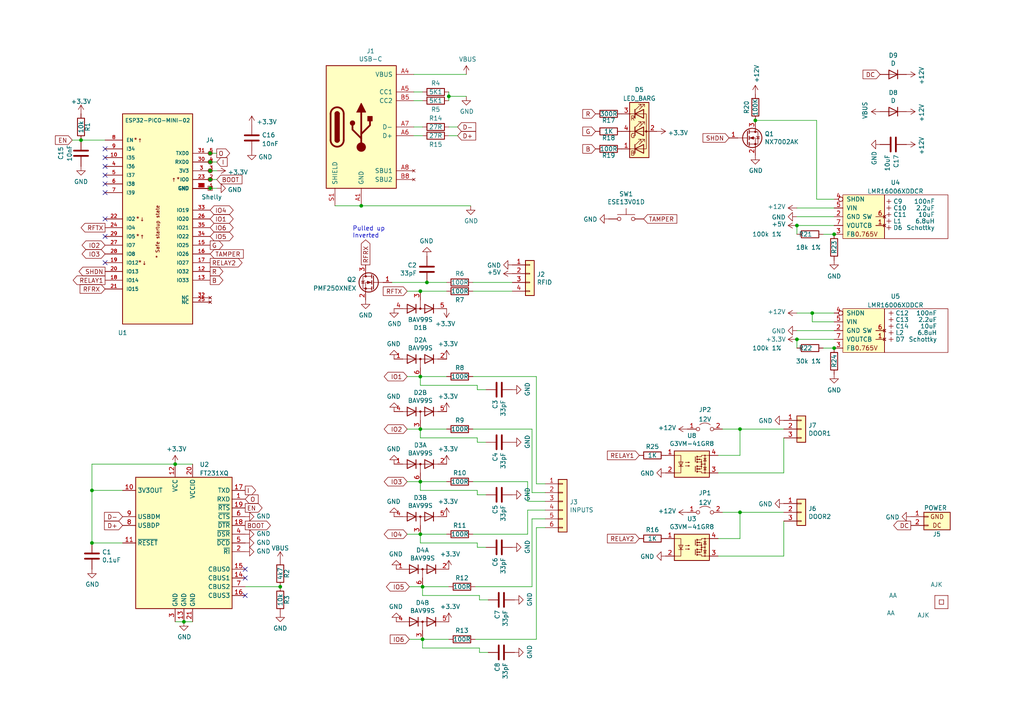
<source format=kicad_sch>
(kicad_sch (version 20211123) (generator eeschema)
  (paper "A4")
  (title_block (title "Access control") (date "${DATE}") (rev "3") (company "Adrian Kennard Andrews & Arnold Ltd") (comment 1 "toot.me.uk/@RevK") (comment 2 "www.me.uk"))
  (junction (at 60.96 49.53))
  (junction (at 123.825 81.915))
  (junction (at 121.92 124.46))
  (junction (at 122.555 170.18))
  (junction (at 104.775 59.69))
  (junction (at 60.96 46.99))
  (junction (at 81.28 170.18))
  (junction (at 241.935 100.965))
  (junction (at 214.63 148.59))
  (junction (at 26.67 157.48))
  (junction (at 121.92 139.7))
  (junction (at 53.34 180.34))
  (junction (at 122.555 185.42))
  (junction (at 130.175 27.94))
  (junction (at 214.63 124.46))
  (junction (at 26.67 142.24))
  (junction (at 121.92 109.22))
  (junction (at 231.14 98.425))
  (junction (at 60.96 52.07))
  (junction (at 60.96 54.61))
  (junction (at 50.8 134.62))
  (junction (at 235.585 90.805))
  (junction (at 60.96 44.45))
  (junction (at 121.92 84.455))
  (junction (at 23.495 40.64))
  (junction (at 231.14 65.405))
  (junction (at 219.075 34.925))
  (junction (at 241.935 67.945))
  (junction (at 121.92 154.94))
  (no_connect (at 71.12 167.64))
  (no_connect (at 71.12 165.1))
  (no_connect (at 71.12 172.72))
  (no_connect (at 30.48 50.8))
  (no_connect (at 30.48 43.18))
  (no_connect (at 30.48 45.72))
  (no_connect (at 30.48 48.26))
  (no_connect (at 30.48 53.34))
  (no_connect (at 30.48 55.88))
  (no_connect (at 30.48 63.5))
  (no_connect (at 30.48 68.58))
  (no_connect (at 30.48 76.2))
  (wire (pts (xy 122.555 187.96) (xy 139.065 187.96)))
  (wire (pts (xy 231.14 98.425) (xy 241.935 98.425)))
  (wire (pts (xy 138.43 111.76) (xy 138.43 113.03)))
  (wire (pts (xy 137.16 154.94) (xy 153.035 154.94)))
  (wire (pts (xy 71.12 170.18) (xy 81.28 170.18)))
  (wire (pts (xy 104.775 59.69) (xy 136.525 59.69)))
  (wire (pts (xy 130.175 36.83) (xy 132.715 36.83)))
  (wire (pts (xy 122.555 170.18) (xy 130.175 170.18)))
  (wire (pts (xy 121.92 84.455) (xy 129.54 84.455)))
  (wire (pts (xy 154.305 170.18) (xy 154.305 150.495)))
  (wire (pts (xy 121.92 142.24) (xy 138.43 142.24)))
  (wire (pts (xy 227.33 151.13) (xy 227.33 161.29)))
  (wire (pts (xy 231.14 98.425) (xy 231.14 100.965)))
  (wire (pts (xy 121.92 109.22) (xy 129.54 109.22)))
  (wire (pts (xy 53.34 180.34) (xy 55.88 180.34)))
  (wire (pts (xy 20.955 40.64) (xy 23.495 40.64)))
  (wire (pts (xy 26.67 142.24) (xy 26.67 134.62)))
  (wire (pts (xy 55.88 134.62) (xy 50.8 134.62)))
  (wire (pts (xy 137.16 139.7) (xy 153.035 139.7)))
  (wire (pts (xy 138.43 158.75) (xy 140.97 158.75)))
  (wire (pts (xy 231.14 65.405) (xy 241.935 65.405)))
  (wire (pts (xy 155.575 140.335) (xy 158.115 140.335)))
  (wire (pts (xy 231.14 60.325) (xy 241.935 60.325)))
  (wire (pts (xy 208.28 156.21) (xy 214.63 156.21)))
  (wire (pts (xy 121.92 139.7) (xy 129.54 139.7)))
  (wire (pts (xy 235.585 90.805) (xy 241.935 90.805)))
  (wire (pts (xy 120.015 36.83) (xy 122.555 36.83)))
  (wire (pts (xy 121.92 124.46) (xy 121.92 127)))
  (wire (pts (xy 231.14 90.805) (xy 235.585 90.805)))
  (wire (pts (xy 231.14 95.885) (xy 241.935 95.885)))
  (wire (pts (xy 120.015 26.67) (xy 122.555 26.67)))
  (wire (pts (xy 155.575 153.035) (xy 158.115 153.035)))
  (wire (pts (xy 121.92 139.7) (xy 121.92 142.24)))
  (wire (pts (xy 130.175 39.37) (xy 132.715 39.37)))
  (wire (pts (xy 208.28 132.08) (xy 214.63 132.08)))
  (wire (pts (xy 154.305 124.46) (xy 154.305 142.875)))
  (wire (pts (xy 236.855 34.925) (xy 236.855 57.785)))
  (wire (pts (xy 137.16 124.46) (xy 154.305 124.46)))
  (wire (pts (xy 214.63 124.46) (xy 209.55 124.46)))
  (wire (pts (xy 137.16 109.22) (xy 155.575 109.22)))
  (wire (pts (xy 153.035 154.94) (xy 153.035 147.955)))
  (wire (pts (xy 138.43 128.27) (xy 140.97 128.27)))
  (wire (pts (xy 121.92 127) (xy 138.43 127)))
  (wire (pts (xy 235.585 90.805) (xy 235.585 93.345)))
  (wire (pts (xy 60.96 52.07) (xy 62.865 52.07)))
  (wire (pts (xy 130.175 27.94) (xy 130.175 29.21)))
  (wire (pts (xy 231.14 65.405) (xy 231.14 67.945)))
  (wire (pts (xy 118.11 84.455) (xy 121.92 84.455)))
  (wire (pts (xy 208.28 161.29) (xy 227.33 161.29)))
  (wire (pts (xy 154.305 150.495) (xy 158.115 150.495)))
  (wire (pts (xy 231.14 62.865) (xy 241.935 62.865)))
  (wire (pts (xy 118.745 185.42) (xy 122.555 185.42)))
  (wire (pts (xy 153.035 147.955) (xy 158.115 147.955)))
  (wire (pts (xy 208.28 137.16) (xy 227.33 137.16)))
  (wire (pts (xy 137.16 81.915) (xy 148.59 81.915)))
  (wire (pts (xy 138.43 142.24) (xy 138.43 143.51)))
  (wire (pts (xy 120.015 21.59) (xy 135.255 21.59)))
  (wire (pts (xy 118.11 124.46) (xy 121.92 124.46)))
  (wire (pts (xy 139.065 187.96) (xy 139.065 189.23)))
  (wire (pts (xy 122.555 172.72) (xy 139.065 172.72)))
  (wire (pts (xy 60.96 54.61) (xy 62.865 54.61)))
  (wire (pts (xy 60.96 49.53) (xy 62.865 49.53)))
  (wire (pts (xy 153.035 145.415) (xy 158.115 145.415)))
  (wire (pts (xy 138.43 113.03) (xy 140.97 113.03)))
  (wire (pts (xy 139.065 172.72) (xy 139.065 173.99)))
  (wire (pts (xy 26.67 134.62) (xy 50.8 134.62)))
  (wire (pts (xy 155.575 185.42) (xy 155.575 153.035)))
  (wire (pts (xy 214.63 148.59) (xy 209.55 148.59)))
  (wire (pts (xy 139.065 173.99) (xy 141.605 173.99)))
  (wire (pts (xy 138.43 143.51) (xy 140.97 143.51)))
  (wire (pts (xy 50.8 180.34) (xy 53.34 180.34)))
  (wire (pts (xy 121.92 154.94) (xy 121.92 157.48)))
  (wire (pts (xy 123.825 81.915) (xy 129.54 81.915)))
  (wire (pts (xy 238.76 67.945) (xy 241.935 67.945)))
  (wire (pts (xy 139.065 189.23) (xy 141.605 189.23)))
  (wire (pts (xy 120.015 29.21) (xy 122.555 29.21)))
  (wire (pts (xy 236.855 57.785) (xy 241.935 57.785)))
  (wire (pts (xy 121.92 157.48) (xy 138.43 157.48)))
  (wire (pts (xy 122.555 185.42) (xy 130.175 185.42)))
  (wire (pts (xy 219.075 34.925) (xy 236.855 34.925)))
  (wire (pts (xy 153.035 139.7) (xy 153.035 145.415)))
  (wire (pts (xy 214.63 156.21) (xy 214.63 148.59)))
  (wire (pts (xy 120.015 39.37) (xy 122.555 39.37)))
  (wire (pts (xy 118.745 170.18) (xy 122.555 170.18)))
  (wire (pts (xy 35.56 157.48) (xy 26.67 157.48)))
  (wire (pts (xy 135.255 27.94) (xy 130.175 27.94)))
  (wire (pts (xy 214.63 132.08) (xy 214.63 124.46)))
  (wire (pts (xy 138.43 127) (xy 138.43 128.27)))
  (wire (pts (xy 121.92 109.22) (xy 121.92 111.76)))
  (wire (pts (xy 137.16 84.455) (xy 148.59 84.455)))
  (wire (pts (xy 121.92 124.46) (xy 129.54 124.46)))
  (wire (pts (xy 26.67 142.24) (xy 35.56 142.24)))
  (wire (pts (xy 122.555 170.18) (xy 122.555 172.72)))
  (wire (pts (xy 113.665 81.915) (xy 123.825 81.915)))
  (wire (pts (xy 130.175 26.67) (xy 130.175 27.94)))
  (wire (pts (xy 26.67 157.48) (xy 26.67 142.24)))
  (wire (pts (xy 137.795 185.42) (xy 155.575 185.42)))
  (wire (pts (xy 137.795 170.18) (xy 154.305 170.18)))
  (wire (pts (xy 60.96 44.45) (xy 62.865 44.45)))
  (wire (pts (xy 118.11 109.22) (xy 121.92 109.22)))
  (wire (pts (xy 227.33 127) (xy 227.33 137.16)))
  (wire (pts (xy 118.11 154.94) (xy 121.92 154.94)))
  (wire (pts (xy 121.92 111.76) (xy 138.43 111.76)))
  (wire (pts (xy 121.92 154.94) (xy 129.54 154.94)))
  (wire (pts (xy 122.555 185.42) (xy 122.555 187.96)))
  (wire (pts (xy 238.76 100.965) (xy 241.935 100.965)))
  (wire (pts (xy 214.63 148.59) (xy 227.33 148.59)))
  (wire (pts (xy 235.585 93.345) (xy 241.935 93.345)))
  (wire (pts (xy 155.575 109.22) (xy 155.575 140.335)))
  (wire (pts (xy 97.155 59.69) (xy 104.775 59.69)))
  (wire (pts (xy 154.305 142.875) (xy 158.115 142.875)))
  (wire (pts (xy 118.11 139.7) (xy 121.92 139.7)))
  (wire (pts (xy 23.495 40.64) (xy 30.48 40.64)))
  (wire (pts (xy 214.63 124.46) (xy 227.33 124.46)))
  (wire (pts (xy 138.43 157.48) (xy 138.43 158.75)))
  (wire (pts (xy 60.96 46.99) (xy 62.865 46.99)))
  (text "Pulled up\nInverted" (at 102.235 69.215 0) (effects (font (size 1.27 1.27)) (justify left bottom)))
  (global_label "BOOT" (shape output) (at 71.12 152.4 0) (property "Intersheet References" "${INTERSHEET_REFS}" (effects hide)))
  (global_label "IO3" (shape bidirectional) (at 118.11 139.7 180) (property "Intersheet References" "${INTERSHEET_REFS}" (effects hide)))
  (global_label "RELAY2" (shape output) (at 60.96 76.2 0) (property "Intersheet References" "${INTERSHEET_REFS}" (effects hide)))
  (global_label "I" (shape input) (at 62.865 46.99 0) (property "Intersheet References" "${INTERSHEET_REFS}" (effects hide)))
  (global_label "D+" (shape input) (at 35.56 152.4 180) (property "Intersheet References" "${INTERSHEET_REFS}" (effects hide)))
  (global_label "O" (shape output) (at 62.865 44.45 0) (property "Intersheet References" "${INTERSHEET_REFS}" (effects hide)))
  (global_label "B" (shape input) (at 172.72 43.18 180) (property "Intersheet References" "${INTERSHEET_REFS}" (effects hide)))
  (global_label "I" (shape output) (at 71.12 142.24 0) (property "Intersheet References" "${INTERSHEET_REFS}" (effects hide)))
  (global_label "IO4" (shape bidirectional) (at 118.11 154.94 180) (property "Intersheet References" "${INTERSHEET_REFS}" (effects hide)))
  (global_label "IO4" (shape bidirectional) (at 60.96 60.96 0) (property "Intersheet References" "${INTERSHEET_REFS}" (effects hide)))
  (global_label "O" (shape input) (at 71.12 144.78 0) (property "Intersheet References" "${INTERSHEET_REFS}" (effects hide)))
  (global_label "EN" (shape input) (at 20.955 40.64 180) (property "Intersheet References" "${INTERSHEET_REFS}" (effects hide)))
  (global_label "IO5" (shape bidirectional) (at 118.745 170.18 180) (property "Intersheet References" "${INTERSHEET_REFS}" (effects hide)))
  (global_label "BOOT" (shape input) (at 62.865 52.07 0) (property "Intersheet References" "${INTERSHEET_REFS}" (effects hide)))
  (global_label "D-" (shape input) (at 132.715 36.83 0) (property "Intersheet References" "${INTERSHEET_REFS}" (effects hide)))
  (global_label "R" (shape output) (at 60.96 78.74 0) (property "Intersheet References" "${INTERSHEET_REFS}" (effects hide)))
  (global_label "IO2" (shape bidirectional) (at 30.48 71.12 180) (property "Intersheet References" "${INTERSHEET_REFS}" (effects hide)))
  (global_label "SHDN" (shape input) (at 211.455 40.005 180) (property "Intersheet References" "${INTERSHEET_REFS}" (effects hide)))
  (global_label "RELAY2" (shape input) (at 185.42 156.21 180) (property "Intersheet References" "${INTERSHEET_REFS}" (effects hide)))
  (global_label "TAMPER" (shape input) (at 186.69 63.5 0) (property "Intersheet References" "${INTERSHEET_REFS}" (effects hide)))
  (global_label "RFTX" (shape output) (at 30.48 66.04 180) (property "Intersheet References" "${INTERSHEET_REFS}" (effects hide)))
  (global_label "TAMPER" (shape input) (at 60.96 73.66 0) (property "Intersheet References" "${INTERSHEET_REFS}" (effects hide)))
  (global_label "IO1" (shape bidirectional) (at 60.96 63.5 0) (property "Intersheet References" "${INTERSHEET_REFS}" (effects hide)))
  (global_label "RELAY1" (shape input) (at 185.42 132.08 180) (property "Intersheet References" "${INTERSHEET_REFS}" (effects hide)))
  (global_label "DC" (shape input) (at 255.27 21.59 180) (property "Intersheet References" "${INTERSHEET_REFS}" (effects hide)))
  (global_label "DC" (shape output) (at 264.16 152.4 180) (property "Intersheet References" "${INTERSHEET_REFS}" (effects hide)))
  (global_label "IO6" (shape bidirectional) (at 60.96 66.04 0) (property "Intersheet References" "${INTERSHEET_REFS}" (effects hide)))
  (global_label "G" (shape output) (at 60.96 71.12 0) (property "Intersheet References" "${INTERSHEET_REFS}" (effects hide)))
  (global_label "RFRX" (shape output) (at 106.045 76.835 90) (property "Intersheet References" "${INTERSHEET_REFS}" (effects hide)))
  (global_label "D+" (shape input) (at 132.715 39.37 0) (property "Intersheet References" "${INTERSHEET_REFS}" (effects hide)))
  (global_label "EN" (shape output) (at 71.12 147.32 0) (property "Intersheet References" "${INTERSHEET_REFS}" (effects hide)))
  (global_label "IO2" (shape bidirectional) (at 118.11 124.46 180) (property "Intersheet References" "${INTERSHEET_REFS}" (effects hide)))
  (global_label "IO1" (shape bidirectional) (at 118.11 109.22 180) (property "Intersheet References" "${INTERSHEET_REFS}" (effects hide)))
  (global_label "IO3" (shape bidirectional) (at 30.48 73.66 180) (property "Intersheet References" "${INTERSHEET_REFS}" (effects hide)))
  (global_label "D-" (shape input) (at 35.56 149.86 180) (property "Intersheet References" "${INTERSHEET_REFS}" (effects hide)))
  (global_label "RELAY1" (shape output) (at 30.48 81.28 180) (property "Intersheet References" "${INTERSHEET_REFS}" (effects hide)))
  (global_label "RFRX" (shape input) (at 30.48 83.82 180) (property "Intersheet References" "${INTERSHEET_REFS}" (effects hide)))
  (global_label "B" (shape output) (at 60.96 81.28 0) (property "Intersheet References" "${INTERSHEET_REFS}" (effects hide)))
  (global_label "IO6" (shape input) (at 118.745 185.42 180) (property "Intersheet References" "${INTERSHEET_REFS}" (effects hide)))
  (global_label "G" (shape input) (at 172.72 38.1 180) (property "Intersheet References" "${INTERSHEET_REFS}" (effects hide)))
  (global_label "SHDN" (shape output) (at 30.48 78.74 180) (property "Intersheet References" "${INTERSHEET_REFS}" (effects hide)))
  (global_label "R" (shape input) (at 172.72 33.02 180) (property "Intersheet References" "${INTERSHEET_REFS}" (effects hide)))
  (global_label "IO5" (shape bidirectional) (at 60.96 68.58 0) (property "Intersheet References" "${INTERSHEET_REFS}" (effects hide)))
  (global_label "RFTX" (shape input) (at 118.11 84.455 180) (property "Intersheet References" "${INTERSHEET_REFS}" (effects hide)))
  (symbol (lib_id "RevK:USB-C") (at 104.775 36.83 0) (unit 1)
    (property "Reference" "J1" (at 107.4928 14.8082 0))
    (property "Value" "USB-C" (at 107.4928 17.1196 0))
    (property "Footprint" "RevK:USC16-TR" (effects hide))
    (property "Datasheet" "https://www.usb.org/sites/default/files/documents/usb_type-c.zip" (effects hide))
    (property "LCSC Part #" "C709357" (effects hide))
  )
  (symbol (lib_id "Device:R") (at 126.365 26.67 90) (unit 1)
    (property "Reference" "R4" (at 126.365 24.13 90))
    (property "Value" "5K1" (at 126.365 26.67 90))
    (property "Footprint" "RevK:R_0603" (effects hide))
  )
  (symbol (lib_id "power:GND") (at 136.525 59.69 0) (unit 1)
    (property "Reference" "#PWR032" (effects hide))
    (property "Value" "GND" (at 136.652 64.0842 0))
  )
  (symbol (lib_id "Device:R") (at 126.365 29.21 270) (unit 1)
    (property "Reference" "R5" (at 126.365 31.75 90))
    (property "Value" "5K1" (at 126.365 29.21 90))
    (property "Footprint" "RevK:R_0603" (effects hide))
  )
  (symbol (lib_id "RevK:AJK") (at 271.78 169.545 0) (unit 1) (in_bom no)
    (property "Reference" "AJK1" (effects hide))
    (property "Value" "AJK" (at 269.875 169.545 0) (effects (justify left)))
    (property "Footprint" "RevK:AJK" (effects hide))
    (property "Note" "Non part, PCB printed" (effects hide))
  )
  (symbol (lib_id "Connector_Generic:Conn_01x04") (at 153.67 79.375 0) (unit 1)
    (property "Reference" "J2" (at 155.702 79.5782 0) (effects (justify left)))
    (property "Value" "RFID" (at 155.702 81.8896 0) (effects (justify left)))
    (property "Footprint" "RevK:PTSM-HH-4-RA" (effects hide))
  )
  (symbol (lib_id "RevK:PowerIn") (at 269.24 149.86 0) (unit 1)
    (property "Reference" "J5" (at 270.51 154.94 0) (effects (justify left)))
    (property "Value" "POWER" (at 267.97 147.32 0) (effects (justify left)))
    (property "Footprint" "RevK:PTSM-HH1-2-RA" (effects hide))
  )
  (symbol (lib_id "power:GND") (at 148.59 76.835 270) (unit 1)
    (property "Reference" "#PWR033" (effects hide))
    (property "Value" "GND" (at 145.3388 76.962 90) (effects (justify right)))
  )
  (symbol (lib_id "power:GND") (at 264.16 149.86 270) (unit 1)
    (property "Reference" "#PWR045" (effects hide))
    (property "Value" "GND" (at 260.9088 149.987 90) (effects (justify right)))
  )
  (symbol (lib_id "power:+5V") (at 148.59 79.375 90) (unit 1)
    (property "Reference" "#PWR034" (effects hide))
    (property "Value" "+5V" (at 145.3388 78.994 90) (effects (justify left)))
  )
  (symbol (lib_id "power:GND") (at 193.04 161.29 270) (unit 1)
    (property "Reference" "#PWR041" (effects hide))
    (property "Value" "GND" (at 189.7888 161.417 90) (effects (justify right)))
  )
  (symbol (lib_id "Device:R") (at 189.23 156.21 270) (unit 1)
    (property "Reference" "R16" (at 189.23 153.67 90))
    (property "Value" "1K" (at 189.23 156.21 90))
    (property "Footprint" "RevK:R_0603" (effects hide))
  )
  (symbol (lib_id "power:GND") (at 219.075 45.085 0) (unit 1)
    (property "Reference" "#PWR049" (effects hide))
    (property "Value" "GND" (at 219.202 49.4792 0))
  )
  (symbol (lib_id "power:GND") (at 53.34 180.34 0) (unit 1)
    (property "Reference" "#PWR04" (effects hide))
    (property "Value" "GND" (at 53.467 184.7342 0))
  )
  (symbol (lib_id "power:+3.3V") (at 50.8 134.62 0) (unit 1)
    (property "Reference" "#PWR03" (effects hide))
    (property "Value" "+3.3V" (at 51.181 130.2258 0))
  )
  (symbol (lib_id "power:GND") (at 71.12 149.86 90) (unit 1)
    (property "Reference" "#PWR07" (effects hide))
    (property "Value" "GND" (at 74.3712 149.733 90) (effects (justify right)))
  )
  (symbol (lib_id "power:GND") (at 71.12 154.94 90) (unit 1)
    (property "Reference" "#PWR08" (effects hide))
    (property "Value" "GND" (at 74.3712 154.813 90) (effects (justify right)))
  )
  (symbol (lib_id "power:GND") (at 71.12 157.48 90) (unit 1)
    (property "Reference" "#PWR09" (effects hide))
    (property "Value" "GND" (at 74.3712 157.353 90) (effects (justify right)))
  )
  (symbol (lib_id "power:GND") (at 71.12 160.02 90) (unit 1)
    (property "Reference" "#PWR010" (effects hide))
    (property "Value" "GND" (at 74.3712 159.893 90) (effects (justify right)))
  )
  (symbol (lib_id "RevK:G3VM-41GR8") (at 200.66 158.75 0) (unit 1)
    (property "Reference" "U3" (at 200.66 150.495 0))
    (property "Value" "G3VM-41GR8" (at 200.66 152.8064 0))
    (property "Footprint" "RevK:Special-SOP-4-3.7x4.55" (effects hide))
    (property "Datasheet" "https://toshiba.semicon-storage.com/info/docget.jsp?did=1284&prodName=TLP3542" (effects hide))
    (property "LCSC Part #" "C2691601" (effects hide))
    (property "JLCPCB Rotation Offset" "180" (effects hide))
  )
  (symbol (lib_id "Device:R") (at 126.365 36.83 270) (unit 1)
    (property "Reference" "R14" (at 126.365 34.29 90))
    (property "Value" "27R" (at 126.365 36.83 90))
    (property "Footprint" "RevK:R_0603" (effects hide))
  )
  (symbol (lib_id "Device:R") (at 126.365 39.37 270) (unit 1)
    (property "Reference" "R15" (at 126.365 41.91 90))
    (property "Value" "27R" (at 126.365 39.37 90))
    (property "Footprint" "RevK:R_0603" (effects hide))
  )
  (symbol (lib_id "Connector_Generic:Conn_01x03") (at 232.41 148.59 0) (unit 1)
    (property "Reference" "J6" (at 234.442 147.5232 0) (effects (justify left)))
    (property "Value" "DOOR2" (at 234.442 149.8346 0) (effects (justify left)))
    (property "Footprint" "RevK:PTSM-HH1-3-RA-W" (effects hide))
  )
  (symbol (lib_id "Connector_Generic:Conn_01x06") (at 163.195 145.415 0) (unit 1)
    (property "Reference" "J3" (at 165.227 145.6182 0) (effects (justify left)))
    (property "Value" "INPUTS" (at 165.227 147.9296 0) (effects (justify left)))
    (property "Footprint" "RevK:PTSM-HH-6-RA" (effects hide))
  )
  (symbol (lib_id "power:+12V") (at 199.39 148.59 90) (unit 1)
    (property "Reference" "#PWR042" (effects hide))
    (property "Value" "+12V" (at 196.1388 148.209 90) (effects (justify left)))
  )
  (symbol (lib_id "power:+12V") (at 262.89 32.385 270) (unit 1)
    (property "Reference" "#PWR059" (effects hide))
    (property "Value" "+12V" (at 267.2842 32.766 0))
  )
  (symbol (lib_id "Device:D") (at 259.08 32.385 180) (unit 1)
    (property "Reference" "D8" (at 259.08 26.8732 0))
    (property "Value" "D" (at 259.08 29.1846 0))
    (property "Footprint" "RevK:D_1206" (effects hide))
    (property "LCSC Part #" "C143805" (effects hide))
  )
  (symbol (lib_id "power:VBUS") (at 255.27 32.385 90) (unit 1)
    (property "Reference" "#PWR058" (effects hide))
    (property "Value" "VBUS" (at 250.8758 32.004 0))
  )
  (symbol (lib_id "power:GND") (at 227.33 146.05 270) (unit 1)
    (property "Reference" "#PWR047" (effects hide))
    (property "Value" "GND" (at 224.0788 146.177 90) (effects (justify right)))
  )
  (symbol (lib_id "RevK:QR") (at 273.05 174.625 0) (unit 1) (in_bom no)
    (property "Reference" "U7" (effects hide))
    (property "Value" "QR" (effects hide))
    (property "Footprint" "RevK:QR-SS" (effects hide))
    (property "Note" "Non part, PCB printed" (effects hide))
  )
  (symbol (lib_id "Device:C") (at 26.67 161.29 0) (unit 1)
    (property "Reference" "C1" (at 29.591 160.1216 0) (effects (justify left)))
    (property "Value" "0.1uF" (at 29.591 162.433 0) (effects (justify left)))
    (property "Footprint" "RevK:C_0603" (effects hide))
  )
  (symbol (lib_id "power:GND") (at 26.67 165.1 0) (unit 1)
    (property "Reference" "#PWR01" (effects hide))
    (property "Value" "GND" (at 26.797 169.4942 0))
  )
  (symbol (lib_id "power:+12V") (at 231.14 90.805 90) (unit 1)
    (property "Reference" "#PWR053" (effects hide))
    (property "Value" "+12V" (at 227.8888 90.424 90) (effects (justify left)))
  )
  (symbol (lib_id "power:+12V") (at 231.14 60.325 90) (unit 1)
    (property "Reference" "#PWR050" (effects hide))
    (property "Value" "+12V" (at 227.8888 59.944 90) (effects (justify left)))
  )
  (symbol (lib_id "power:+5V") (at 231.14 65.405 90) (unit 1)
    (property "Reference" "#PWR052" (effects hide))
    (property "Value" "+5V" (at 227.8888 65.024 90) (effects (justify left)))
  )
  (symbol (lib_id "Switch:SW_Push") (at 181.61 63.5 0) (unit 1)
    (property "Reference" "SW1" (at 181.61 56.261 0))
    (property "Value" "ESE13V01D" (at 181.61 58.5724 0))
    (property "Footprint" "RevK:ESE13" (effects hide))
  )
  (symbol (lib_id "power:GND") (at 176.53 63.5 270) (unit 1)
    (property "Reference" "#PWR043" (effects hide))
    (property "Value" "GND" (at 173.2788 63.627 90) (effects (justify right)))
  )
  (symbol (lib_id "Device:R") (at 219.075 31.115 180) (unit 1)
    (property "Reference" "R20" (at 216.535 31.115 90))
    (property "Value" "100K" (at 219.075 31.115 90))
    (property "Footprint" "RevK:R_0603" (effects hide))
  )
  (symbol (lib_id "power:+12V") (at 219.075 27.305 0) (unit 1)
    (property "Reference" "#PWR048" (effects hide))
    (property "Value" "+12V" (at 219.456 24.0538 90) (effects (justify left)))
  )
  (symbol (lib_id "Device:R") (at 133.35 84.455 270) (unit 1)
    (property "Reference" "R7" (at 133.35 86.995 90))
    (property "Value" "100R" (at 133.35 84.455 90))
    (property "Footprint" "RevK:R_0603" (effects hide))
  )
  (symbol (lib_id "Device:R") (at 133.35 81.915 270) (unit 1)
    (property "Reference" "R6" (at 133.35 79.375 90))
    (property "Value" "100R" (at 133.35 81.915 90))
    (property "Footprint" "RevK:R_0603" (effects hide))
  )
  (symbol (lib_id "Device:R") (at 133.35 109.22 270) (unit 1)
    (property "Reference" "R8" (at 133.35 106.68 90))
    (property "Value" "100R" (at 133.35 109.22 90))
    (property "Footprint" "RevK:R_0603" (effects hide))
  )
  (symbol (lib_id "Diode:BAV99S") (at 121.92 104.14 0) (unit 1)
    (property "Reference" "D2" (at 121.92 98.6282 0))
    (property "Value" "BAV99S" (at 121.92 100.9396 0))
    (property "Footprint" "Package_TO_SOT_SMD:SOT-363_SC-70-6" (effects hide))
    (property "Datasheet" "https://assets.nexperia.com/documents/data-sheet/BAV99_SER.pdf" (effects hide))
    (property "JLCPCB Rotation Offset" "90" (effects hide))
  )
  (symbol (lib_id "power:+3.3V") (at 129.54 104.14 0) (unit 1)
    (property "Reference" "#PWR024" (effects hide))
    (property "Value" "+3.3V" (at 129.921 99.7458 0))
  )
  (symbol (lib_id "Device:R") (at 133.35 124.46 270) (unit 1)
    (property "Reference" "R9" (at 133.35 121.92 90))
    (property "Value" "100R" (at 133.35 124.46 90))
    (property "Footprint" "RevK:R_0603" (effects hide))
  )
  (symbol (lib_id "Diode:BAV99S") (at 121.92 119.38 0) (unit 2)
    (property "Reference" "D2" (at 121.92 113.8682 0))
    (property "Value" "BAV99S" (at 121.92 116.1796 0))
    (property "Footprint" "Package_TO_SOT_SMD:SOT-363_SC-70-6" (effects hide))
    (property "Datasheet" "https://assets.nexperia.com/documents/data-sheet/BAV99_SER.pdf" (effects hide))
    (property "JLCPCB Rotation Offset" "90" (effects hide))
  )
  (symbol (lib_id "power:+3.3V") (at 129.54 119.38 0) (unit 1)
    (property "Reference" "#PWR025" (effects hide))
    (property "Value" "+3.3V" (at 129.921 114.9858 0))
  )
  (symbol (lib_id "power:GND") (at 114.3 119.38 180) (unit 1)
    (property "Reference" "#PWR017" (effects hide))
    (property "Value" "GND" (at 114.173 114.9858 0))
  )
  (symbol (lib_id "Diode:BAV99S") (at 121.92 89.535 0) (mirror x) (unit 2)
    (property "Reference" "D1" (at 121.92 95.0468 0))
    (property "Value" "BAV99S" (at 121.92 92.7354 0))
    (property "Footprint" "Package_TO_SOT_SMD:SOT-363_SC-70-6" (effects hide))
    (property "Datasheet" "https://assets.nexperia.com/documents/data-sheet/BAV99_SER.pdf" (effects hide))
    (property "JLCPCB Rotation Offset" "90" (effects hide))
  )
  (symbol (lib_id "power:+3.3V") (at 129.54 89.535 180) (unit 1)
    (property "Reference" "#PWR023" (effects hide))
    (property "Value" "+3.3V" (at 129.159 93.9292 0))
  )
  (symbol (lib_id "power:GND") (at 114.3 89.535 0) (unit 1)
    (property "Reference" "#PWR015" (effects hide))
    (property "Value" "GND" (at 114.427 93.9292 0))
  )
  (symbol (lib_id "RevK:AA") (at 258.445 172.72 0) (unit 1) (in_bom no)
    (property "Reference" "U6" (effects hide))
    (property "Value" "AA" (at 257.81 172.72 0) (effects (justify left)))
    (property "Footprint" "RevK:AA" (effects hide))
    (property "Note" "Non part, PCB printed" (effects hide))
  )
  (symbol (lib_id "Device:C") (at 144.78 113.03 90) (mirror x) (unit 1)
    (property "Reference" "C3" (at 143.6116 115.951 0) (effects (justify left)))
    (property "Value" "33pF" (at 145.923 115.951 0) (effects (justify left)))
    (property "Footprint" "RevK:C_0603" (effects hide))
  )
  (symbol (lib_id "power:GND") (at 148.59 113.03 90) (unit 1)
    (property "Reference" "#PWR035" (effects hide))
    (property "Value" "GND" (at 152.9842 112.903 0))
  )
  (symbol (lib_id "Device:R") (at 133.35 139.7 270) (unit 1)
    (property "Reference" "R10" (at 133.35 137.16 90))
    (property "Value" "100R" (at 133.35 139.7 90))
    (property "Footprint" "RevK:R_0603" (effects hide))
  )
  (symbol (lib_id "Diode:BAV99S") (at 121.92 134.62 0) (unit 1)
    (property "Reference" "D3" (at 121.92 129.1082 0))
    (property "Value" "BAV99S" (at 121.92 131.4196 0))
    (property "Footprint" "Package_TO_SOT_SMD:SOT-363_SC-70-6" (effects hide))
    (property "Datasheet" "https://assets.nexperia.com/documents/data-sheet/BAV99_SER.pdf" (effects hide))
    (property "JLCPCB Rotation Offset" "90" (effects hide))
  )
  (symbol (lib_id "power:+3.3V") (at 129.54 134.62 0) (unit 1)
    (property "Reference" "#PWR026" (effects hide))
    (property "Value" "+3.3V" (at 129.921 130.2258 0))
  )
  (symbol (lib_id "power:GND") (at 114.3 134.62 180) (unit 1)
    (property "Reference" "#PWR018" (effects hide))
    (property "Value" "GND" (at 114.173 130.2258 0))
  )
  (symbol (lib_id "Device:R") (at 133.35 154.94 270) (unit 1)
    (property "Reference" "R11" (at 133.35 152.4 90))
    (property "Value" "100R" (at 133.35 154.94 90))
    (property "Footprint" "RevK:R_0603" (effects hide))
  )
  (symbol (lib_id "Diode:BAV99S") (at 121.92 149.86 0) (unit 2)
    (property "Reference" "D3" (at 121.92 144.3482 0))
    (property "Value" "BAV99S" (at 121.92 146.6596 0))
    (property "Footprint" "Package_TO_SOT_SMD:SOT-363_SC-70-6" (effects hide))
    (property "Datasheet" "https://assets.nexperia.com/documents/data-sheet/BAV99_SER.pdf" (effects hide))
    (property "JLCPCB Rotation Offset" "90" (effects hide))
  )
  (symbol (lib_id "power:+3.3V") (at 129.54 149.86 0) (unit 1)
    (property "Reference" "#PWR027" (effects hide))
    (property "Value" "+3.3V" (at 129.921 145.4658 0))
  )
  (symbol (lib_id "power:GND") (at 114.3 149.86 180) (unit 1)
    (property "Reference" "#PWR019" (effects hide))
    (property "Value" "GND" (at 114.173 145.4658 0))
  )
  (symbol (lib_id "Device:R") (at 133.985 170.18 270) (unit 1)
    (property "Reference" "R12" (at 133.985 167.64 90))
    (property "Value" "100R" (at 133.985 170.18 90))
    (property "Footprint" "RevK:R_0603" (effects hide))
  )
  (symbol (lib_id "Diode:BAV99S") (at 122.555 165.1 0) (unit 1)
    (property "Reference" "D4" (at 122.555 159.5882 0))
    (property "Value" "BAV99S" (at 122.555 161.8996 0))
    (property "Footprint" "Package_TO_SOT_SMD:SOT-363_SC-70-6" (effects hide))
    (property "Datasheet" "https://assets.nexperia.com/documents/data-sheet/BAV99_SER.pdf" (effects hide))
    (property "JLCPCB Rotation Offset" "90" (effects hide))
  )
  (symbol (lib_id "power:+3.3V") (at 130.175 165.1 0) (unit 1)
    (property "Reference" "#PWR028" (effects hide))
    (property "Value" "+3.3V" (at 130.556 160.7058 0))
  )
  (symbol (lib_id "power:GND") (at 114.935 165.1 180) (unit 1)
    (property "Reference" "#PWR020" (effects hide))
    (property "Value" "GND" (at 114.808 160.7058 0))
  )
  (symbol (lib_id "Device:R") (at 133.985 185.42 270) (unit 1)
    (property "Reference" "R13" (at 133.985 182.88 90))
    (property "Value" "100R" (at 133.985 185.42 90))
    (property "Footprint" "RevK:R_0603" (effects hide))
  )
  (symbol (lib_id "Diode:BAV99S") (at 122.555 180.34 0) (unit 2)
    (property "Reference" "D4" (at 122.555 174.8282 0))
    (property "Value" "BAV99S" (at 122.555 177.1396 0))
    (property "Footprint" "Package_TO_SOT_SMD:SOT-363_SC-70-6" (effects hide))
    (property "Datasheet" "https://assets.nexperia.com/documents/data-sheet/BAV99_SER.pdf" (effects hide))
    (property "JLCPCB Rotation Offset" "90" (effects hide))
  )
  (symbol (lib_id "power:+3.3V") (at 130.175 180.34 0) (unit 1)
    (property "Reference" "#PWR029" (effects hide))
    (property "Value" "+3.3V" (at 130.556 175.9458 0))
  )
  (symbol (lib_id "power:GND") (at 114.935 180.34 180) (unit 1)
    (property "Reference" "#PWR021" (effects hide))
    (property "Value" "GND" (at 114.808 175.9458 0))
  )
  (symbol (lib_id "Device:C") (at 144.78 128.27 90) (mirror x) (unit 1)
    (property "Reference" "C4" (at 143.6116 131.191 0) (effects (justify left)))
    (property "Value" "33pF" (at 145.923 131.191 0) (effects (justify left)))
    (property "Footprint" "RevK:C_0603" (effects hide))
  )
  (symbol (lib_id "power:GND") (at 148.59 128.27 90) (unit 1)
    (property "Reference" "#PWR036" (effects hide))
    (property "Value" "GND" (at 152.9842 128.143 0))
  )
  (symbol (lib_id "Device:C") (at 144.78 143.51 90) (mirror x) (unit 1)
    (property "Reference" "C5" (at 143.6116 146.431 0) (effects (justify left)))
    (property "Value" "33pF" (at 145.923 146.431 0) (effects (justify left)))
    (property "Footprint" "RevK:C_0603" (effects hide))
  )
  (symbol (lib_id "power:GND") (at 148.59 143.51 90) (unit 1)
    (property "Reference" "#PWR037" (effects hide))
    (property "Value" "GND" (at 152.9842 143.383 0))
  )
  (symbol (lib_id "Device:C") (at 144.78 158.75 90) (mirror x) (unit 1)
    (property "Reference" "C6" (at 143.6116 161.671 0) (effects (justify left)))
    (property "Value" "33pF" (at 145.923 161.671 0) (effects (justify left)))
    (property "Footprint" "RevK:C_0603" (effects hide))
  )
  (symbol (lib_id "power:GND") (at 148.59 158.75 90) (unit 1)
    (property "Reference" "#PWR038" (effects hide))
    (property "Value" "GND" (at 152.9842 158.623 0))
  )
  (symbol (lib_id "Device:C") (at 145.415 173.99 90) (mirror x) (unit 1)
    (property "Reference" "C7" (at 144.2466 176.911 0) (effects (justify left)))
    (property "Value" "33pF" (at 146.558 176.911 0) (effects (justify left)))
    (property "Footprint" "RevK:C_0603" (effects hide))
  )
  (symbol (lib_id "power:GND") (at 149.225 173.99 90) (unit 1)
    (property "Reference" "#PWR039" (effects hide))
    (property "Value" "GND" (at 153.6192 173.863 0))
  )
  (symbol (lib_id "Device:C") (at 145.415 189.23 90) (mirror x) (unit 1)
    (property "Reference" "C8" (at 144.2466 192.151 0) (effects (justify left)))
    (property "Value" "33pF" (at 146.558 192.151 0) (effects (justify left)))
    (property "Footprint" "RevK:C_0603" (effects hide))
  )
  (symbol (lib_id "power:GND") (at 149.225 189.23 90) (unit 1)
    (property "Reference" "#PWR040" (effects hide))
    (property "Value" "GND" (at 153.6192 189.103 0))
  )
  (symbol (lib_id "Device:C") (at 123.825 78.105 0) (mirror y) (unit 1)
    (property "Reference" "C2" (at 120.904 76.9366 0) (effects (justify left)))
    (property "Value" "33pF" (at 120.904 79.248 0) (effects (justify left)))
    (property "Footprint" "RevK:C_0603" (effects hide))
  )
  (symbol (lib_id "power:GND") (at 123.825 74.295 180) (unit 1)
    (property "Reference" "#PWR013" (effects hide))
    (property "Value" "GND" (at 123.698 69.9008 0))
  )
  (symbol (lib_id "Device:Q_NMOS_GSD") (at 216.535 40.005 0) (unit 1)
    (property "Reference" "Q1" (at 221.742 38.8366 0) (effects (justify left)))
    (property "Value" "NX7002AK" (at 221.742 41.148 0) (effects (justify left)))
    (property "Footprint" "Package_TO_SOT_SMD:SOT-23" (effects hide))
    (property "Manufacturer" "Nexperia" (effects hide))
    (property "Part No" "NX7002AK" (effects hide))
    (property "JLCPCB Rotation Offset" "180" (effects hide))
  )
  (symbol (lib_id "power:VBUS") (at 135.255 21.59 0) (unit 1)
    (property "Reference" "#PWR030" (effects hide))
    (property "Value" "VBUS" (at 135.636 17.1958 0))
  )
  (symbol (lib_id "power:GND") (at 135.255 27.94 0) (unit 1)
    (property "Reference" "#PWR031" (effects hide))
    (property "Value" "GND" (at 135.382 32.3342 0))
  )
  (symbol (lib_id "power:GND") (at 114.3 104.14 180) (unit 1)
    (property "Reference" "#PWR016" (effects hide))
    (property "Value" "GND" (at 114.173 99.7458 0))
  )
  (symbol (lib_id "power:+12V") (at 262.89 21.59 270) (unit 1)
    (property "Reference" "#PWR0105" (effects hide))
    (property "Value" "+12V" (at 267.2842 21.971 0))
  )
  (symbol (lib_id "RevK:AA") (at 257.81 177.8 0) (unit 1) (in_bom no)
    (property "Reference" "U9" (effects hide))
    (property "Value" "AA" (at 257.175 177.8 0) (effects (justify left)))
    (property "Footprint" "RevK:AA" (effects hide))
    (property "Note" "Non part, PCB printed" (effects hide))
  )
  (symbol (lib_id "RevK:Shelly") (at 60.96 49.53 0) (unit 1) (in_bom no)
    (property "Reference" "J4" (at 59.69 40.64 0) (effects (justify left)))
    (property "Value" "Shelly" (at 58.42 57.15 0) (effects (justify left)))
    (property "Footprint" "RevK:Shelly" (effects hide))
  )
  (symbol (lib_id "power:+12V") (at 262.89 41.91 270) (unit 1)
    (property "Reference" "#PWR0106" (effects hide))
    (property "Value" "+12V" (at 267.2842 42.291 0))
  )
  (symbol (lib_id "RevK:Hidden") (at 257.81 60.325 0) (unit 1)
    (property "Reference" "C10" (at 259.08 60.325 0) (effects (justify left)))
    (property "Value" "2.2uF" (at 271.145 60.325 0) (effects (justify right)))
    (property "Footprint" "RevK:C_0805_" (effects hide))
    (property "LCSC Part #" "C19110" (effects hide))
  )
  (symbol (lib_id "power:GND") (at 73.025 43.815 0) (unit 1)
    (property "Reference" "#PWR0103" (effects hide))
    (property "Value" "GND" (at 74.93 45.5188 0) (effects (justify left)))
  )
  (symbol (lib_id "Jumper:Jumper_2_Open") (at 204.47 124.46 0) (unit 1) (in_bom no)
    (property "Reference" "JP2" (at 204.47 118.8425 0))
    (property "Value" "12V" (at 204.47 121.6176 0))
    (property "Footprint" "Jumper:SolderJumper-2_P1.3mm_Open_RoundedPad1.0x1.5mm" (effects hide))
  )
  (symbol (lib_id "Device:R") (at 241.935 104.775 180) (unit 1)
    (property "Reference" "R24" (at 241.935 106.68 90) (effects (justify right)))
    (property "Value" "30k 1%" (at 238.125 104.775 0) (effects (justify left)))
    (property "Footprint" "RevK:R_0603" (effects hide))
    (property "LCSC Part #" "C100001" (effects hide))
  )
  (symbol (lib_id "power:GND") (at 255.27 41.91 270) (unit 1)
    (property "Reference" "#PWR0107" (effects hide))
    (property "Value" "GND" (at 253.5662 43.815 0) (effects (justify left)))
  )
  (symbol (lib_id "RevK:Hidden") (at 257.81 58.42 0) (unit 1)
    (property "Reference" "C9" (at 259.08 58.42 0) (effects (justify left)))
    (property "Value" "100nF" (at 271.145 58.42 0) (effects (justify right)))
    (property "Footprint" "RevK:C_0603_" (effects hide))
    (property "Note" "X7R or X5R 0603" (effects hide))
    (property "LCSC Part #" "C30926" (effects hide))
  )
  (symbol (lib_id "Device:R") (at 81.28 166.37 0) (unit 1)
    (property "Reference" "R2" (at 83.185 166.37 90))
    (property "Value" "4k7" (at 81.28 166.37 90))
    (property "Footprint" "RevK:R_0603" (effects hide))
  )
  (symbol (lib_id "Device:R") (at 23.495 36.83 0) (unit 1)
    (property "Reference" "R1" (at 25.4 36.83 90))
    (property "Value" "10k" (at 23.495 36.83 90))
    (property "Footprint" "RevK:R_0603" (effects hide))
  )
  (symbol (lib_id "RevK:LMR16006XDDCR") (at 241.935 57.785 0) (unit 1)
    (property "Reference" "U4" (at 259.715 52.9422 0))
    (property "Value" "LMR16006XDDCR" (at 259.715 55.4791 0))
    (property "Footprint" "RevK:SOT-23-Thin-6-Reg" (effects hide))
    (property "Manufacturer" "TI" (effects hide))
    (property "Part No" "LMR16006XDDCR" (effects hide))
    (property "LCSC Part #" "C87080" (effects hide))
    (property "JLCPCB Rotation Offset" "90" (effects hide))
  )
  (symbol (lib_id "power:+3.3V") (at 190.5 38.1 270) (unit 1)
    (property "Reference" "#PWR0102" (effects hide))
    (property "Value" "+3.3V" (at 193.675 38.5338 90) (effects (justify left)))
  )
  (symbol (lib_id "RevK:Hidden") (at 258.445 98.425 0) (unit 1)
    (property "Reference" "D7" (at 259.715 98.425 0) (effects (justify left)))
    (property "Value" "Schottky" (at 271.78 98.425 0) (effects (justify right)))
    (property "Footprint" "RevK:D_1206_" (effects hide))
    (property "Datasheet" "https://www.mouser.co.uk/datasheet/2/54/CD1206-B220_B2100-777245.pdf" (effects hide))
    (property "Manufacturer" "Bourns" (effects hide))
    (property "LCSC Part #" "C143805" (effects hide))
    (property "JLCPCB Rotation Offset" "0" (effects hide))
  )
  (symbol (lib_id "RevK:G3VM-41GR8") (at 200.66 134.62 0) (unit 1)
    (property "Reference" "U8" (at 200.66 126.365 0))
    (property "Value" "G3VM-41GR8" (at 200.66 128.6764 0))
    (property "Footprint" "RevK:Special-SOP-4-3.7x4.55" (effects hide))
    (property "Datasheet" "https://toshiba.semicon-storage.com/info/docget.jsp?did=1284&prodName=TLP3542" (effects hide))
    (property "LCSC Part #" "C2691601" (effects hide))
    (property "JLCPCB Rotation Offset" "180" (effects hide))
  )
  (symbol (lib_id "power:VBUS") (at 81.28 162.56 0) (unit 1)
    (property "Reference" "#PWR011" (effects hide))
    (property "Value" "VBUS" (at 81.28 158.9842 0))
  )
  (symbol (lib_id "Device:R") (at 176.53 33.02 270) (unit 1)
    (property "Reference" "R17" (at 176.53 34.925 90))
    (property "Value" "300R" (at 176.53 33.02 90))
    (property "Footprint" "RevK:R_0603" (effects hide))
    (property "Part No" "0603-680R" (effects hide))
  )
  (symbol (lib_id "Device:R") (at 189.23 132.08 270) (unit 1)
    (property "Reference" "R25" (at 189.23 129.54 90))
    (property "Value" "1K" (at 189.23 132.08 90))
    (property "Footprint" "RevK:R_0603" (effects hide))
  )
  (symbol (lib_id "power:GND") (at 227.33 121.92 270) (unit 1)
    (property "Reference" "#PWR0109" (effects hide))
    (property "Value" "GND" (at 224.0788 122.047 90) (effects (justify right)))
  )
  (symbol (lib_id "RevK:AJK") (at 267.97 177.8 0) (unit 1) (in_bom no)
    (property "Reference" "Logo1" (effects hide))
    (property "Value" "AJK" (at 266.065 178.435 0) (effects (justify left)))
    (property "Footprint" "RevK:AJK" (effects hide))
    (property "Note" "Non part, PCB printed" (effects hide))
  )
  (symbol (lib_id "power:+3.3V") (at 231.14 98.425 90) (unit 1)
    (property "Reference" "#PWR055" (effects hide))
    (property "Value" "+3.3V" (at 227.965 98.425 90) (effects (justify left)))
  )
  (symbol (lib_id "power:GND") (at 241.935 108.585 0) (unit 1)
    (property "Reference" "#PWR057" (effects hide))
    (property "Value" "GND" (at 241.935 113.1475 0))
  )
  (symbol (lib_id "power:GND") (at 241.935 75.565 0) (unit 1)
    (property "Reference" "#PWR056" (effects hide))
    (property "Value" "GND" (at 241.935 80.1275 0))
  )
  (symbol (lib_id "Device:LED_BARG") (at 185.42 38.1 0) (unit 1)
    (property "Reference" "D5" (at 185.42 26.0182 0))
    (property "Value" "LED_BARG" (at 185.42 28.5551 0))
    (property "Footprint" "RevK:MHS190RGBCT" (effects hide))
    (property "LCSC Part #" "C409798" (effects hide))
  )
  (symbol (lib_id "power:GND") (at 231.14 62.865 270) (unit 1)
    (property "Reference" "#PWR051" (effects hide))
    (property "Value" "GND" (at 227.8888 62.992 90) (effects (justify right)))
  )
  (symbol (lib_id "Device:R") (at 234.95 100.965 90) (unit 1)
    (property "Reference" "R22" (at 235.585 100.965 90) (effects (justify left)))
    (property "Value" "100k 1%" (at 226.695 100.965 90) (effects (justify left)))
    (property "Footprint" "RevK:R_0603" (effects hide))
    (property "LCSC Part #" "C14675" (effects hide))
  )
  (symbol (lib_id "power:+12V") (at 199.39 124.46 90) (unit 1)
    (property "Reference" "#PWR0110" (effects hide))
    (property "Value" "+12V" (at 196.1388 124.079 90) (effects (justify left)))
  )
  (symbol (lib_id "Device:R") (at 234.95 67.945 90) (unit 1)
    (property "Reference" "R21" (at 235.585 67.945 90) (effects (justify left)))
    (property "Value" "100k 1%" (at 226.695 67.945 90) (effects (justify left)))
    (property "Footprint" "RevK:R_0603" (effects hide))
    (property "LCSC Part #" "C14675" (effects hide))
  )
  (symbol (lib_id "Device:R") (at 176.53 43.18 270) (unit 1)
    (property "Reference" "R19" (at 176.53 45.085 90))
    (property "Value" "100R" (at 176.53 43.18 90))
    (property "Footprint" "RevK:R_0603" (effects hide))
    (property "Part No" "0603-220R" (effects hide))
  )
  (symbol (lib_id "power:+3.3V") (at 23.495 33.02 0) (unit 1)
    (property "Reference" "#PWR02" (effects hide))
    (property "Value" "+3.3V" (at 23.495 29.4442 0))
  )
  (symbol (lib_id "RevK:LMR16006XDDCR") (at 241.935 90.805 0) (unit 1)
    (property "Reference" "U5" (at 259.715 85.9622 0))
    (property "Value" "LMR16006XDDCR" (at 259.715 88.4991 0))
    (property "Footprint" "RevK:SOT-23-Thin-6-Reg" (effects hide))
    (property "Manufacturer" "TI" (effects hide))
    (property "Part No" "LMR16006XDDCR" (effects hide))
    (property "LCSC Part #" "C87080" (effects hide))
    (property "JLCPCB Rotation Offset" "90" (effects hide))
  )
  (symbol (lib_id "power:GND") (at 231.14 95.885 270) (unit 1)
    (property "Reference" "#PWR054" (effects hide))
    (property "Value" "GND" (at 227.8888 96.012 90) (effects (justify right)))
  )
  (symbol (lib_id "RevK:Hidden") (at 258.445 92.71 0) (unit 1)
    (property "Reference" "C13" (at 259.715 92.71 0) (effects (justify left)))
    (property "Value" "2.2uF" (at 271.78 92.71 0) (effects (justify right)))
    (property "Footprint" "RevK:C_0805_" (effects hide))
    (property "LCSC Part #" "C19110" (effects hide))
  )
  (symbol (lib_id "power:+3.3V") (at 62.865 49.53 270) (unit 1)
    (property "Reference" "#PWR05" (effects hide))
    (property "Value" "+3.3V" (at 66.04 49.9638 90) (effects (justify left)))
  )
  (symbol (lib_id "power:GND") (at 81.28 177.8 0) (unit 1)
    (property "Reference" "#PWR012" (effects hide))
    (property "Value" "GND" (at 81.28 182.2434 0))
  )
  (symbol (lib_id "RevK:ESP32-PICO-MINI-02") (at 45.72 63.5 0) (unit 1)
    (property "Reference" "U1" (at 35.56 96.52 0))
    (property "Value" "ESP32-PICO-MINI-02" (at 45.72 34.925 0) (effects (font (size 1.1 1.1))))
    (property "Footprint" "RevK:ESP32-PICO-MINI-02" (effects hide))
    (property "MANUFACTURER" "Espressif" (effects hide))
    (property "MAXIMUM_PACKAGE_HEIGHT" "2.55mm" (effects hide))
    (property "PARTREV" "v1.0" (effects hide))
    (property "STANDARD" "Manufacturer Recommendations" (effects hide))
    (property "LCSC Part #" "C2980306" (effects hide))
  )
  (symbol (lib_id "power:GND") (at 62.865 54.61 90) (unit 1)
    (property "Reference" "#PWR06" (effects hide))
    (property "Value" "GND" (at 66.04 55.0438 90) (effects (justify right)))
  )
  (symbol (lib_id "RevK:Hidden") (at 258.445 90.805 0) (unit 1)
    (property "Reference" "C12" (at 259.715 90.805 0) (effects (justify left)))
    (property "Value" "100nF" (at 271.78 90.805 0) (effects (justify right)))
    (property "Footprint" "RevK:C_0603_" (effects hide))
    (property "Note" "X7R or X5R 0603" (effects hide))
    (property "LCSC Part #" "C30926" (effects hide))
  )
  (symbol (lib_id "Connector_Generic:Conn_01x03") (at 232.41 124.46 0) (unit 1)
    (property "Reference" "J7" (at 234.442 123.3932 0) (effects (justify left)))
    (property "Value" "DOOR1" (at 234.442 125.7046 0) (effects (justify left)))
    (property "Footprint" "RevK:PTSM-HH1-3-RA" (effects hide))
  )
  (symbol (lib_id "Device:C") (at 73.025 40.005 0) (unit 1)
    (property "Reference" "C16" (at 75.946 39.1703 0) (effects (justify left)))
    (property "Value" "10nF" (at 75.946 41.7072 0) (effects (justify left)))
    (property "Footprint" "RevK:C_0603" (effects hide))
  )
  (symbol (lib_id "RevK:Hidden") (at 258.445 94.615 0) (unit 1)
    (property "Reference" "C14" (at 259.715 94.615 0) (effects (justify left)))
    (property "Value" "10uF" (at 271.78 94.615 0) (effects (justify right)))
    (property "Footprint" "RevK:C_0805_" (effects hide))
    (property "LCSC Part #" "C17024" (effects hide))
  )
  (symbol (lib_id "Device:R") (at 176.53 38.1 270) (unit 1)
    (property "Reference" "R18" (at 176.53 40.005 90))
    (property "Value" "1K" (at 176.53 38.1 90))
    (property "Footprint" "RevK:R_0603" (effects hide))
    (property "Part No" "0603-2K" (effects hide))
  )
  (symbol (lib_id "Jumper:Jumper_2_Open") (at 204.47 148.59 0) (unit 1) (in_bom no)
    (property "Reference" "JP1" (at 204.47 142.9725 0))
    (property "Value" "12V" (at 204.47 145.7476 0))
    (property "Footprint" "Jumper:SolderJumper-2_P1.3mm_Open_RoundedPad1.0x1.5mm" (effects hide))
  )
  (symbol (lib_id "Device:R") (at 241.935 71.755 180) (unit 1)
    (property "Reference" "R23" (at 241.935 73.66 90) (effects (justify right)))
    (property "Value" "18k 1%" (at 238.125 71.755 0) (effects (justify left)))
    (property "Footprint" "RevK:R_0603" (effects hide))
    (property "LCSC Part #" "C114610" (effects hide))
  )
  (symbol (lib_id "power:GND") (at 23.495 48.26 0) (unit 1)
    (property "Reference" "#PWR0101" (effects hide))
    (property "Value" "GND" (at 23.495 52.7034 0))
  )
  (symbol (lib_id "power:GND") (at 106.045 86.995 0) (unit 1)
    (property "Reference" "#PWR0108" (effects hide))
    (property "Value" "GND" (at 106.045 91.4384 0))
  )
  (symbol (lib_id "RevK:FT231XQ") (at 53.34 157.48 0) (unit 1)
    (property "Reference" "U2" (at 57.8994 134.7302 0) (effects (justify left)))
    (property "Value" "FT231XQ" (at 57.8994 137.2671 0) (effects (justify left)))
    (property "Footprint" "RevK:QFN-20-1EP_4x4mm_P0.5mm_EP2.5x2.5mm" (effects hide))
    (property "Datasheet" "https://www.ftdichip.com/Support/Documents/DataSheets/ICs/DS_FT231X.pdf" (effects hide))
    (property "JLCPCB Rotation Offset" "-90" (effects hide))
  )
  (symbol (lib_id "Device:C") (at 23.495 44.45 180) (unit 1)
    (property "Reference" "C15" (at 17.6362 44.45 90))
    (property "Value" "10nF" (at 20.1731 44.45 90))
    (property "Footprint" "RevK:C_0603" (effects hide))
  )
  (symbol (lib_id "RevK:Hidden") (at 257.81 62.23 0) (unit 1)
    (property "Reference" "C11" (at 259.08 62.23 0) (effects (justify left)))
    (property "Value" "10uF" (at 271.145 62.23 0) (effects (justify right)))
    (property "Footprint" "RevK:C_0805_" (effects hide))
    (property "LCSC Part #" "C17024" (effects hide))
  )
  (symbol (lib_id "power:+3.3V") (at 73.025 36.195 0) (unit 1)
    (property "Reference" "#PWR0104" (effects hide))
    (property "Value" "+3.3V" (at 74.422 35.3588 0) (effects (justify left)))
  )
  (symbol (lib_id "RevK:Hidden") (at 258.445 96.52 0) (unit 1)
    (property "Reference" "L2" (at 259.715 96.52 0) (effects (justify left)))
    (property "Value" "6.8uH" (at 271.78 96.52 0) (effects (justify right)))
    (property "Footprint" "RevK:L_4x4_" (effects hide))
    (property "LCSC Part #" "C354575" (effects hide))
  )
  (symbol (lib_id "Device:D") (at 259.08 21.59 180) (unit 1)
    (property "Reference" "D9" (at 259.08 16.0782 0))
    (property "Value" "D" (at 259.08 18.3896 0))
    (property "Footprint" "RevK:D_1206" (effects hide))
    (property "LCSC Part #" "C143805" (effects hide))
  )
  (symbol (lib_id "Device:C") (at 259.08 41.91 270) (unit 1)
    (property "Reference" "C17" (at 259.9147 44.831 0) (effects (justify left)))
    (property "Value" "10uF" (at 257.3778 44.831 0) (effects (justify left)))
    (property "Footprint" "RevK:C_0805" (effects hide))
  )
  (symbol (lib_id "RevK:NX7002AK") (at 108.585 81.915 0) (mirror y) (unit 1)
    (property "Reference" "Q2" (at 103.378 81.0803 0) (effects (justify left)))
    (property "Value" "PMF250XNEX" (at 103.378 83.6172 0) (effects (justify left)))
    (property "Footprint" "RevK:SOT-323_SC-70" (effects hide))
    (property "Part No" "PMF250XNEX" (effects hide))
    (property "LCSC Part #" "C504047" (effects hide))
    (property "JLCPCB Rotation Offset" "0" (effects hide))
  )
  (symbol (lib_id "RevK:Hidden") (at 257.81 66.04 0) (unit 1)
    (property "Reference" "D6" (at 259.08 66.04 0) (effects (justify left)))
    (property "Value" "Schottky" (at 271.145 66.04 0) (effects (justify right)))
    (property "Footprint" "RevK:D_1206_" (effects hide))
    (property "Datasheet" "https://www.mouser.co.uk/datasheet/2/54/CD1206-B220_B2100-777245.pdf" (effects hide))
    (property "Manufacturer" "Bourns" (effects hide))
    (property "LCSC Part #" "C143805" (effects hide))
    (property "JLCPCB Rotation Offset" "0" (effects hide))
  )
  (symbol (lib_id "power:GND") (at 193.04 137.16 270) (unit 1)
    (property "Reference" "#PWR0111" (effects hide))
    (property "Value" "GND" (at 189.7888 137.287 90) (effects (justify right)))
  )
  (symbol (lib_id "RevK:Hidden") (at 257.81 64.135 0) (unit 1)
    (property "Reference" "L1" (at 259.08 64.135 0) (effects (justify left)))
    (property "Value" "6.8uH" (at 271.145 64.135 0) (effects (justify right)))
    (property "Footprint" "RevK:L_4x4_" (effects hide))
    (property "LCSC Part #" "C354575" (effects hide))
  )
  (symbol (lib_id "Device:R") (at 81.28 173.99 0) (unit 1)
    (property "Reference" "R3" (at 83.185 173.99 90))
    (property "Value" "10k" (at 81.28 173.99 90))
    (property "Footprint" "RevK:R_0603" (effects hide))
  )
)
</source>
